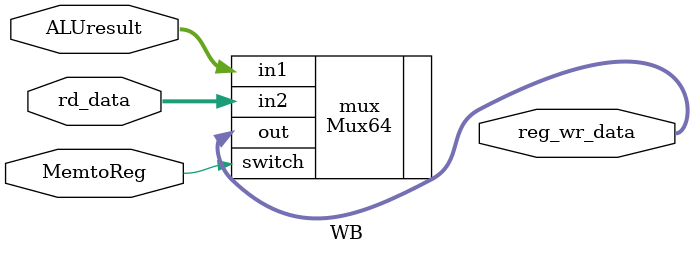
<source format=v>
`timescale 1ns / 1ps


module WB(MemtoReg, ALUresult, rd_data, reg_wr_data);
    input MemtoReg;
    input [63:0] ALUresult, rd_data;
    output [63:0] reg_wr_data;

    Mux64 mux(.in1(ALUresult), .in2(rd_data), .switch(MemtoReg), .out(reg_wr_data));

endmodule

</source>
